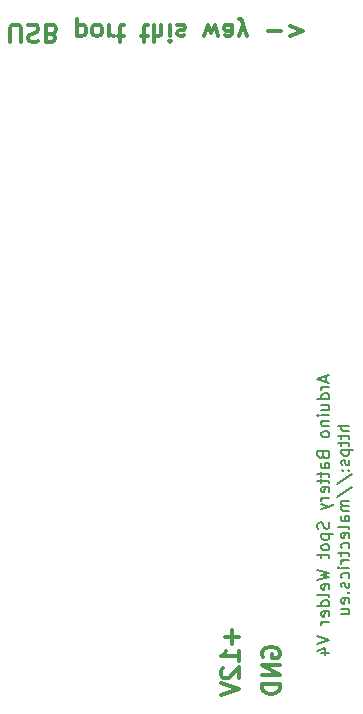
<source format=gbr>
G04 #@! TF.FileFunction,Legend,Bot*
%FSLAX46Y46*%
G04 Gerber Fmt 4.6, Leading zero omitted, Abs format (unit mm)*
G04 Created by KiCad (PCBNEW 4.0.4-stable) date 08/18/21 08:25:54*
%MOMM*%
%LPD*%
G01*
G04 APERTURE LIST*
%ADD10C,0.100000*%
%ADD11C,0.300000*%
%ADD12C,0.200000*%
G04 APERTURE END LIST*
D10*
D11*
X89357143Y-69321429D02*
X89357143Y-68107143D01*
X89428571Y-67964286D01*
X89500000Y-67892857D01*
X89642857Y-67821429D01*
X89928571Y-67821429D01*
X90071429Y-67892857D01*
X90142857Y-67964286D01*
X90214286Y-68107143D01*
X90214286Y-69321429D01*
X90857143Y-67892857D02*
X91071429Y-67821429D01*
X91428572Y-67821429D01*
X91571429Y-67892857D01*
X91642858Y-67964286D01*
X91714286Y-68107143D01*
X91714286Y-68250000D01*
X91642858Y-68392857D01*
X91571429Y-68464286D01*
X91428572Y-68535714D01*
X91142858Y-68607143D01*
X91000000Y-68678571D01*
X90928572Y-68750000D01*
X90857143Y-68892857D01*
X90857143Y-69035714D01*
X90928572Y-69178571D01*
X91000000Y-69250000D01*
X91142858Y-69321429D01*
X91500000Y-69321429D01*
X91714286Y-69250000D01*
X92857143Y-68607143D02*
X93071429Y-68535714D01*
X93142857Y-68464286D01*
X93214286Y-68321429D01*
X93214286Y-68107143D01*
X93142857Y-67964286D01*
X93071429Y-67892857D01*
X92928571Y-67821429D01*
X92357143Y-67821429D01*
X92357143Y-69321429D01*
X92857143Y-69321429D01*
X93000000Y-69250000D01*
X93071429Y-69178571D01*
X93142857Y-69035714D01*
X93142857Y-68892857D01*
X93071429Y-68750000D01*
X93000000Y-68678571D01*
X92857143Y-68607143D01*
X92357143Y-68607143D01*
X95000000Y-68821429D02*
X95000000Y-67321429D01*
X95000000Y-68750000D02*
X95142857Y-68821429D01*
X95428571Y-68821429D01*
X95571428Y-68750000D01*
X95642857Y-68678571D01*
X95714286Y-68535714D01*
X95714286Y-68107143D01*
X95642857Y-67964286D01*
X95571428Y-67892857D01*
X95428571Y-67821429D01*
X95142857Y-67821429D01*
X95000000Y-67892857D01*
X96571429Y-67821429D02*
X96428571Y-67892857D01*
X96357143Y-67964286D01*
X96285714Y-68107143D01*
X96285714Y-68535714D01*
X96357143Y-68678571D01*
X96428571Y-68750000D01*
X96571429Y-68821429D01*
X96785714Y-68821429D01*
X96928571Y-68750000D01*
X97000000Y-68678571D01*
X97071429Y-68535714D01*
X97071429Y-68107143D01*
X97000000Y-67964286D01*
X96928571Y-67892857D01*
X96785714Y-67821429D01*
X96571429Y-67821429D01*
X97714286Y-67821429D02*
X97714286Y-68821429D01*
X97714286Y-68535714D02*
X97785714Y-68678571D01*
X97857143Y-68750000D01*
X98000000Y-68821429D01*
X98142857Y-68821429D01*
X98428571Y-68821429D02*
X99000000Y-68821429D01*
X98642857Y-69321429D02*
X98642857Y-68035714D01*
X98714285Y-67892857D01*
X98857143Y-67821429D01*
X99000000Y-67821429D01*
X100428571Y-68821429D02*
X101000000Y-68821429D01*
X100642857Y-69321429D02*
X100642857Y-68035714D01*
X100714285Y-67892857D01*
X100857143Y-67821429D01*
X101000000Y-67821429D01*
X101500000Y-67821429D02*
X101500000Y-69321429D01*
X102142857Y-67821429D02*
X102142857Y-68607143D01*
X102071428Y-68750000D01*
X101928571Y-68821429D01*
X101714286Y-68821429D01*
X101571428Y-68750000D01*
X101500000Y-68678571D01*
X102857143Y-67821429D02*
X102857143Y-68821429D01*
X102857143Y-69321429D02*
X102785714Y-69250000D01*
X102857143Y-69178571D01*
X102928571Y-69250000D01*
X102857143Y-69321429D01*
X102857143Y-69178571D01*
X103500000Y-67892857D02*
X103642857Y-67821429D01*
X103928572Y-67821429D01*
X104071429Y-67892857D01*
X104142857Y-68035714D01*
X104142857Y-68107143D01*
X104071429Y-68250000D01*
X103928572Y-68321429D01*
X103714286Y-68321429D01*
X103571429Y-68392857D01*
X103500000Y-68535714D01*
X103500000Y-68607143D01*
X103571429Y-68750000D01*
X103714286Y-68821429D01*
X103928572Y-68821429D01*
X104071429Y-68750000D01*
X105785715Y-68821429D02*
X106071429Y-67821429D01*
X106357143Y-68535714D01*
X106642858Y-67821429D01*
X106928572Y-68821429D01*
X108142858Y-67821429D02*
X108142858Y-68607143D01*
X108071429Y-68750000D01*
X107928572Y-68821429D01*
X107642858Y-68821429D01*
X107500001Y-68750000D01*
X108142858Y-67892857D02*
X108000001Y-67821429D01*
X107642858Y-67821429D01*
X107500001Y-67892857D01*
X107428572Y-68035714D01*
X107428572Y-68178571D01*
X107500001Y-68321429D01*
X107642858Y-68392857D01*
X108000001Y-68392857D01*
X108142858Y-68464286D01*
X108714287Y-68821429D02*
X109071430Y-67821429D01*
X109428572Y-68821429D02*
X109071430Y-67821429D01*
X108928572Y-67464286D01*
X108857144Y-67392857D01*
X108714287Y-67321429D01*
X111142858Y-68392857D02*
X112285715Y-68392857D01*
X113000001Y-68821429D02*
X114142858Y-68392857D01*
X113000001Y-67964286D01*
D12*
X116066667Y-97583331D02*
X116066667Y-98059522D01*
X116352381Y-97488093D02*
X115352381Y-97821426D01*
X116352381Y-98154760D01*
X116352381Y-98488093D02*
X115685714Y-98488093D01*
X115876190Y-98488093D02*
X115780952Y-98535712D01*
X115733333Y-98583331D01*
X115685714Y-98678569D01*
X115685714Y-98773808D01*
X116352381Y-99535713D02*
X115352381Y-99535713D01*
X116304762Y-99535713D02*
X116352381Y-99440475D01*
X116352381Y-99249998D01*
X116304762Y-99154760D01*
X116257143Y-99107141D01*
X116161905Y-99059522D01*
X115876190Y-99059522D01*
X115780952Y-99107141D01*
X115733333Y-99154760D01*
X115685714Y-99249998D01*
X115685714Y-99440475D01*
X115733333Y-99535713D01*
X115685714Y-100440475D02*
X116352381Y-100440475D01*
X115685714Y-100011903D02*
X116209524Y-100011903D01*
X116304762Y-100059522D01*
X116352381Y-100154760D01*
X116352381Y-100297618D01*
X116304762Y-100392856D01*
X116257143Y-100440475D01*
X116352381Y-100916665D02*
X115685714Y-100916665D01*
X115352381Y-100916665D02*
X115400000Y-100869046D01*
X115447619Y-100916665D01*
X115400000Y-100964284D01*
X115352381Y-100916665D01*
X115447619Y-100916665D01*
X115685714Y-101392855D02*
X116352381Y-101392855D01*
X115780952Y-101392855D02*
X115733333Y-101440474D01*
X115685714Y-101535712D01*
X115685714Y-101678570D01*
X115733333Y-101773808D01*
X115828571Y-101821427D01*
X116352381Y-101821427D01*
X116352381Y-102440474D02*
X116304762Y-102345236D01*
X116257143Y-102297617D01*
X116161905Y-102249998D01*
X115876190Y-102249998D01*
X115780952Y-102297617D01*
X115733333Y-102345236D01*
X115685714Y-102440474D01*
X115685714Y-102583332D01*
X115733333Y-102678570D01*
X115780952Y-102726189D01*
X115876190Y-102773808D01*
X116161905Y-102773808D01*
X116257143Y-102726189D01*
X116304762Y-102678570D01*
X116352381Y-102583332D01*
X116352381Y-102440474D01*
X115828571Y-104297618D02*
X115876190Y-104440475D01*
X115923810Y-104488094D01*
X116019048Y-104535713D01*
X116161905Y-104535713D01*
X116257143Y-104488094D01*
X116304762Y-104440475D01*
X116352381Y-104345237D01*
X116352381Y-103964284D01*
X115352381Y-103964284D01*
X115352381Y-104297618D01*
X115400000Y-104392856D01*
X115447619Y-104440475D01*
X115542857Y-104488094D01*
X115638095Y-104488094D01*
X115733333Y-104440475D01*
X115780952Y-104392856D01*
X115828571Y-104297618D01*
X115828571Y-103964284D01*
X116352381Y-105392856D02*
X115828571Y-105392856D01*
X115733333Y-105345237D01*
X115685714Y-105249999D01*
X115685714Y-105059522D01*
X115733333Y-104964284D01*
X116304762Y-105392856D02*
X116352381Y-105297618D01*
X116352381Y-105059522D01*
X116304762Y-104964284D01*
X116209524Y-104916665D01*
X116114286Y-104916665D01*
X116019048Y-104964284D01*
X115971429Y-105059522D01*
X115971429Y-105297618D01*
X115923810Y-105392856D01*
X115685714Y-105726189D02*
X115685714Y-106107141D01*
X115352381Y-105869046D02*
X116209524Y-105869046D01*
X116304762Y-105916665D01*
X116352381Y-106011903D01*
X116352381Y-106107141D01*
X115685714Y-106297618D02*
X115685714Y-106678570D01*
X115352381Y-106440475D02*
X116209524Y-106440475D01*
X116304762Y-106488094D01*
X116352381Y-106583332D01*
X116352381Y-106678570D01*
X116304762Y-107392857D02*
X116352381Y-107297619D01*
X116352381Y-107107142D01*
X116304762Y-107011904D01*
X116209524Y-106964285D01*
X115828571Y-106964285D01*
X115733333Y-107011904D01*
X115685714Y-107107142D01*
X115685714Y-107297619D01*
X115733333Y-107392857D01*
X115828571Y-107440476D01*
X115923810Y-107440476D01*
X116019048Y-106964285D01*
X116352381Y-107869047D02*
X115685714Y-107869047D01*
X115876190Y-107869047D02*
X115780952Y-107916666D01*
X115733333Y-107964285D01*
X115685714Y-108059523D01*
X115685714Y-108154762D01*
X115685714Y-108392857D02*
X116352381Y-108630952D01*
X115685714Y-108869048D02*
X116352381Y-108630952D01*
X116590476Y-108535714D01*
X116638095Y-108488095D01*
X116685714Y-108392857D01*
X116304762Y-109964286D02*
X116352381Y-110107143D01*
X116352381Y-110345239D01*
X116304762Y-110440477D01*
X116257143Y-110488096D01*
X116161905Y-110535715D01*
X116066667Y-110535715D01*
X115971429Y-110488096D01*
X115923810Y-110440477D01*
X115876190Y-110345239D01*
X115828571Y-110154762D01*
X115780952Y-110059524D01*
X115733333Y-110011905D01*
X115638095Y-109964286D01*
X115542857Y-109964286D01*
X115447619Y-110011905D01*
X115400000Y-110059524D01*
X115352381Y-110154762D01*
X115352381Y-110392858D01*
X115400000Y-110535715D01*
X115685714Y-110964286D02*
X116685714Y-110964286D01*
X115733333Y-110964286D02*
X115685714Y-111059524D01*
X115685714Y-111250001D01*
X115733333Y-111345239D01*
X115780952Y-111392858D01*
X115876190Y-111440477D01*
X116161905Y-111440477D01*
X116257143Y-111392858D01*
X116304762Y-111345239D01*
X116352381Y-111250001D01*
X116352381Y-111059524D01*
X116304762Y-110964286D01*
X116352381Y-112011905D02*
X116304762Y-111916667D01*
X116257143Y-111869048D01*
X116161905Y-111821429D01*
X115876190Y-111821429D01*
X115780952Y-111869048D01*
X115733333Y-111916667D01*
X115685714Y-112011905D01*
X115685714Y-112154763D01*
X115733333Y-112250001D01*
X115780952Y-112297620D01*
X115876190Y-112345239D01*
X116161905Y-112345239D01*
X116257143Y-112297620D01*
X116304762Y-112250001D01*
X116352381Y-112154763D01*
X116352381Y-112011905D01*
X115685714Y-112630953D02*
X115685714Y-113011905D01*
X115352381Y-112773810D02*
X116209524Y-112773810D01*
X116304762Y-112821429D01*
X116352381Y-112916667D01*
X116352381Y-113011905D01*
X115352381Y-114011906D02*
X116352381Y-114250001D01*
X115638095Y-114440478D01*
X116352381Y-114630954D01*
X115352381Y-114869049D01*
X116304762Y-115630954D02*
X116352381Y-115535716D01*
X116352381Y-115345239D01*
X116304762Y-115250001D01*
X116209524Y-115202382D01*
X115828571Y-115202382D01*
X115733333Y-115250001D01*
X115685714Y-115345239D01*
X115685714Y-115535716D01*
X115733333Y-115630954D01*
X115828571Y-115678573D01*
X115923810Y-115678573D01*
X116019048Y-115202382D01*
X116352381Y-116250001D02*
X116304762Y-116154763D01*
X116209524Y-116107144D01*
X115352381Y-116107144D01*
X116352381Y-117059526D02*
X115352381Y-117059526D01*
X116304762Y-117059526D02*
X116352381Y-116964288D01*
X116352381Y-116773811D01*
X116304762Y-116678573D01*
X116257143Y-116630954D01*
X116161905Y-116583335D01*
X115876190Y-116583335D01*
X115780952Y-116630954D01*
X115733333Y-116678573D01*
X115685714Y-116773811D01*
X115685714Y-116964288D01*
X115733333Y-117059526D01*
X116304762Y-117916669D02*
X116352381Y-117821431D01*
X116352381Y-117630954D01*
X116304762Y-117535716D01*
X116209524Y-117488097D01*
X115828571Y-117488097D01*
X115733333Y-117535716D01*
X115685714Y-117630954D01*
X115685714Y-117821431D01*
X115733333Y-117916669D01*
X115828571Y-117964288D01*
X115923810Y-117964288D01*
X116019048Y-117488097D01*
X116352381Y-118392859D02*
X115685714Y-118392859D01*
X115876190Y-118392859D02*
X115780952Y-118440478D01*
X115733333Y-118488097D01*
X115685714Y-118583335D01*
X115685714Y-118678574D01*
X115352381Y-119630955D02*
X116352381Y-119964288D01*
X115352381Y-120297622D01*
X115685714Y-121059527D02*
X116352381Y-121059527D01*
X115304762Y-120821431D02*
X116019048Y-120583336D01*
X116019048Y-121202384D01*
X118052381Y-101797618D02*
X117052381Y-101797618D01*
X118052381Y-102226190D02*
X117528571Y-102226190D01*
X117433333Y-102178571D01*
X117385714Y-102083333D01*
X117385714Y-101940475D01*
X117433333Y-101845237D01*
X117480952Y-101797618D01*
X117385714Y-102559523D02*
X117385714Y-102940475D01*
X117052381Y-102702380D02*
X117909524Y-102702380D01*
X118004762Y-102749999D01*
X118052381Y-102845237D01*
X118052381Y-102940475D01*
X117385714Y-103130952D02*
X117385714Y-103511904D01*
X117052381Y-103273809D02*
X117909524Y-103273809D01*
X118004762Y-103321428D01*
X118052381Y-103416666D01*
X118052381Y-103511904D01*
X117385714Y-103845238D02*
X118385714Y-103845238D01*
X117433333Y-103845238D02*
X117385714Y-103940476D01*
X117385714Y-104130953D01*
X117433333Y-104226191D01*
X117480952Y-104273810D01*
X117576190Y-104321429D01*
X117861905Y-104321429D01*
X117957143Y-104273810D01*
X118004762Y-104226191D01*
X118052381Y-104130953D01*
X118052381Y-103940476D01*
X118004762Y-103845238D01*
X118004762Y-104702381D02*
X118052381Y-104797619D01*
X118052381Y-104988095D01*
X118004762Y-105083334D01*
X117909524Y-105130953D01*
X117861905Y-105130953D01*
X117766667Y-105083334D01*
X117719048Y-104988095D01*
X117719048Y-104845238D01*
X117671429Y-104750000D01*
X117576190Y-104702381D01*
X117528571Y-104702381D01*
X117433333Y-104750000D01*
X117385714Y-104845238D01*
X117385714Y-104988095D01*
X117433333Y-105083334D01*
X117957143Y-105559524D02*
X118004762Y-105607143D01*
X118052381Y-105559524D01*
X118004762Y-105511905D01*
X117957143Y-105559524D01*
X118052381Y-105559524D01*
X117433333Y-105559524D02*
X117480952Y-105607143D01*
X117528571Y-105559524D01*
X117480952Y-105511905D01*
X117433333Y-105559524D01*
X117528571Y-105559524D01*
X117004762Y-106750000D02*
X118290476Y-105892857D01*
X117004762Y-107797619D02*
X118290476Y-106940476D01*
X118052381Y-108130952D02*
X117385714Y-108130952D01*
X117480952Y-108130952D02*
X117433333Y-108178571D01*
X117385714Y-108273809D01*
X117385714Y-108416667D01*
X117433333Y-108511905D01*
X117528571Y-108559524D01*
X118052381Y-108559524D01*
X117528571Y-108559524D02*
X117433333Y-108607143D01*
X117385714Y-108702381D01*
X117385714Y-108845238D01*
X117433333Y-108940476D01*
X117528571Y-108988095D01*
X118052381Y-108988095D01*
X118052381Y-109892857D02*
X117528571Y-109892857D01*
X117433333Y-109845238D01*
X117385714Y-109750000D01*
X117385714Y-109559523D01*
X117433333Y-109464285D01*
X118004762Y-109892857D02*
X118052381Y-109797619D01*
X118052381Y-109559523D01*
X118004762Y-109464285D01*
X117909524Y-109416666D01*
X117814286Y-109416666D01*
X117719048Y-109464285D01*
X117671429Y-109559523D01*
X117671429Y-109797619D01*
X117623810Y-109892857D01*
X118052381Y-110511904D02*
X118004762Y-110416666D01*
X117909524Y-110369047D01*
X117052381Y-110369047D01*
X118004762Y-111273810D02*
X118052381Y-111178572D01*
X118052381Y-110988095D01*
X118004762Y-110892857D01*
X117909524Y-110845238D01*
X117528571Y-110845238D01*
X117433333Y-110892857D01*
X117385714Y-110988095D01*
X117385714Y-111178572D01*
X117433333Y-111273810D01*
X117528571Y-111321429D01*
X117623810Y-111321429D01*
X117719048Y-110845238D01*
X118004762Y-112178572D02*
X118052381Y-112083334D01*
X118052381Y-111892857D01*
X118004762Y-111797619D01*
X117957143Y-111750000D01*
X117861905Y-111702381D01*
X117576190Y-111702381D01*
X117480952Y-111750000D01*
X117433333Y-111797619D01*
X117385714Y-111892857D01*
X117385714Y-112083334D01*
X117433333Y-112178572D01*
X117385714Y-112464286D02*
X117385714Y-112845238D01*
X117052381Y-112607143D02*
X117909524Y-112607143D01*
X118004762Y-112654762D01*
X118052381Y-112750000D01*
X118052381Y-112845238D01*
X118052381Y-113178572D02*
X117385714Y-113178572D01*
X117576190Y-113178572D02*
X117480952Y-113226191D01*
X117433333Y-113273810D01*
X117385714Y-113369048D01*
X117385714Y-113464287D01*
X118052381Y-113797620D02*
X117385714Y-113797620D01*
X117052381Y-113797620D02*
X117100000Y-113750001D01*
X117147619Y-113797620D01*
X117100000Y-113845239D01*
X117052381Y-113797620D01*
X117147619Y-113797620D01*
X118004762Y-114702382D02*
X118052381Y-114607144D01*
X118052381Y-114416667D01*
X118004762Y-114321429D01*
X117957143Y-114273810D01*
X117861905Y-114226191D01*
X117576190Y-114226191D01*
X117480952Y-114273810D01*
X117433333Y-114321429D01*
X117385714Y-114416667D01*
X117385714Y-114607144D01*
X117433333Y-114702382D01*
X118004762Y-115083334D02*
X118052381Y-115178572D01*
X118052381Y-115369048D01*
X118004762Y-115464287D01*
X117909524Y-115511906D01*
X117861905Y-115511906D01*
X117766667Y-115464287D01*
X117719048Y-115369048D01*
X117719048Y-115226191D01*
X117671429Y-115130953D01*
X117576190Y-115083334D01*
X117528571Y-115083334D01*
X117433333Y-115130953D01*
X117385714Y-115226191D01*
X117385714Y-115369048D01*
X117433333Y-115464287D01*
X117957143Y-115940477D02*
X118004762Y-115988096D01*
X118052381Y-115940477D01*
X118004762Y-115892858D01*
X117957143Y-115940477D01*
X118052381Y-115940477D01*
X118004762Y-116797620D02*
X118052381Y-116702382D01*
X118052381Y-116511905D01*
X118004762Y-116416667D01*
X117909524Y-116369048D01*
X117528571Y-116369048D01*
X117433333Y-116416667D01*
X117385714Y-116511905D01*
X117385714Y-116702382D01*
X117433333Y-116797620D01*
X117528571Y-116845239D01*
X117623810Y-116845239D01*
X117719048Y-116369048D01*
X117385714Y-117702382D02*
X118052381Y-117702382D01*
X117385714Y-117273810D02*
X117909524Y-117273810D01*
X118004762Y-117321429D01*
X118052381Y-117416667D01*
X118052381Y-117559525D01*
X118004762Y-117654763D01*
X117957143Y-117702382D01*
D11*
X110750000Y-121357143D02*
X110678571Y-121214286D01*
X110678571Y-121000000D01*
X110750000Y-120785715D01*
X110892857Y-120642857D01*
X111035714Y-120571429D01*
X111321429Y-120500000D01*
X111535714Y-120500000D01*
X111821429Y-120571429D01*
X111964286Y-120642857D01*
X112107143Y-120785715D01*
X112178571Y-121000000D01*
X112178571Y-121142857D01*
X112107143Y-121357143D01*
X112035714Y-121428572D01*
X111535714Y-121428572D01*
X111535714Y-121142857D01*
X112178571Y-122071429D02*
X110678571Y-122071429D01*
X112178571Y-122928572D01*
X110678571Y-122928572D01*
X112178571Y-123642858D02*
X110678571Y-123642858D01*
X110678571Y-124000001D01*
X110750000Y-124214286D01*
X110892857Y-124357144D01*
X111035714Y-124428572D01*
X111321429Y-124500001D01*
X111535714Y-124500001D01*
X111821429Y-124428572D01*
X111964286Y-124357144D01*
X112107143Y-124214286D01*
X112178571Y-124000001D01*
X112178571Y-123642858D01*
X108107143Y-119107144D02*
X108107143Y-120250001D01*
X108678571Y-119678572D02*
X107535714Y-119678572D01*
X108678571Y-121750001D02*
X108678571Y-120892858D01*
X108678571Y-121321430D02*
X107178571Y-121321430D01*
X107392857Y-121178573D01*
X107535714Y-121035715D01*
X107607143Y-120892858D01*
X107321429Y-122321429D02*
X107250000Y-122392858D01*
X107178571Y-122535715D01*
X107178571Y-122892858D01*
X107250000Y-123035715D01*
X107321429Y-123107144D01*
X107464286Y-123178572D01*
X107607143Y-123178572D01*
X107821429Y-123107144D01*
X108678571Y-122250001D01*
X108678571Y-123178572D01*
X107178571Y-123607143D02*
X108678571Y-124107143D01*
X107178571Y-124607143D01*
M02*

</source>
